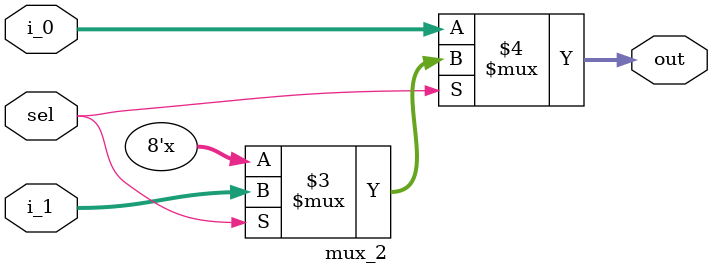
<source format=v>
`timescale 1ns / 1ps


module mux_2(
    input  [7:0] i_0,
    input  [7:0] i_1,
    input        sel,
    output [7:0] out
);
    
    assign out = (sel == 0) ? i_0 :
                 (sel == 1) ? i_1 : 8'bz;
                                    
endmodule

</source>
